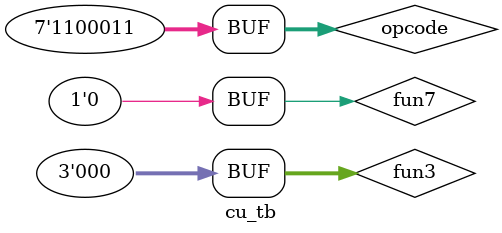
<source format=v>
module cu(alu_src,result_src,regwrite,memwrite,imm_src,alu_control,branch,jump,opcode,fun3,fun7);

input [6:0] opcode;
input fun7;
input [2:0] fun3;
output [2:0] alu_control;
output [1:0] imm_src,result_src;
output memwrite,alu_src,regwrite,jump,branch;
//wire branch;
wire [1:0] aluop;

control_unit C1(branch, jump, regwrite, memwrite, alu_src, result_src, imm_src, aluop, opcode);

alu_control C2(alu_control, aluop, fun3, fun7);
//assign pc_src = 1'b1;
//assign pc_src = jump | (branch && zero);

endmodule

module cu_tb;

reg [6:0] opcode;
reg fun7,zero,lt;
reg [2:0] fun3;

wire [2:0] alu_control;
wire [1:0] imm_src;
wire result_src, memwrite, alu_src, regwrite,branch,jump;

cu CU(alu_src,result_src,regwrite,memwrite,imm_src,alu_control,branch,jump,opcode,fun3,fun7);

initial begin
    // R-type (add)
    opcode = 7'b0110011; fun7=1'b0; fun3=3'b000;
    #10;

    // Load (lw)
    opcode = 7'b0000011; fun7=1'b0; fun3=3'b010;
    #10;

    // Branch (BEQ, taken)
    opcode = 7'b1100011; fun3=3'b000;
    #10;

    // Branch (BEQ, not taken)
    opcode = 7'b1100011; fun3=3'b000;
    #10;
end

initial begin
    $monitor("time=%0t opcode=%b funct3=%b funct7=%b | alu_control=%b regwrite=%b memwrite=%b",$time, opcode, fun3, fun7, alu_control, regwrite, memwrite);
end
endmodule


</source>
